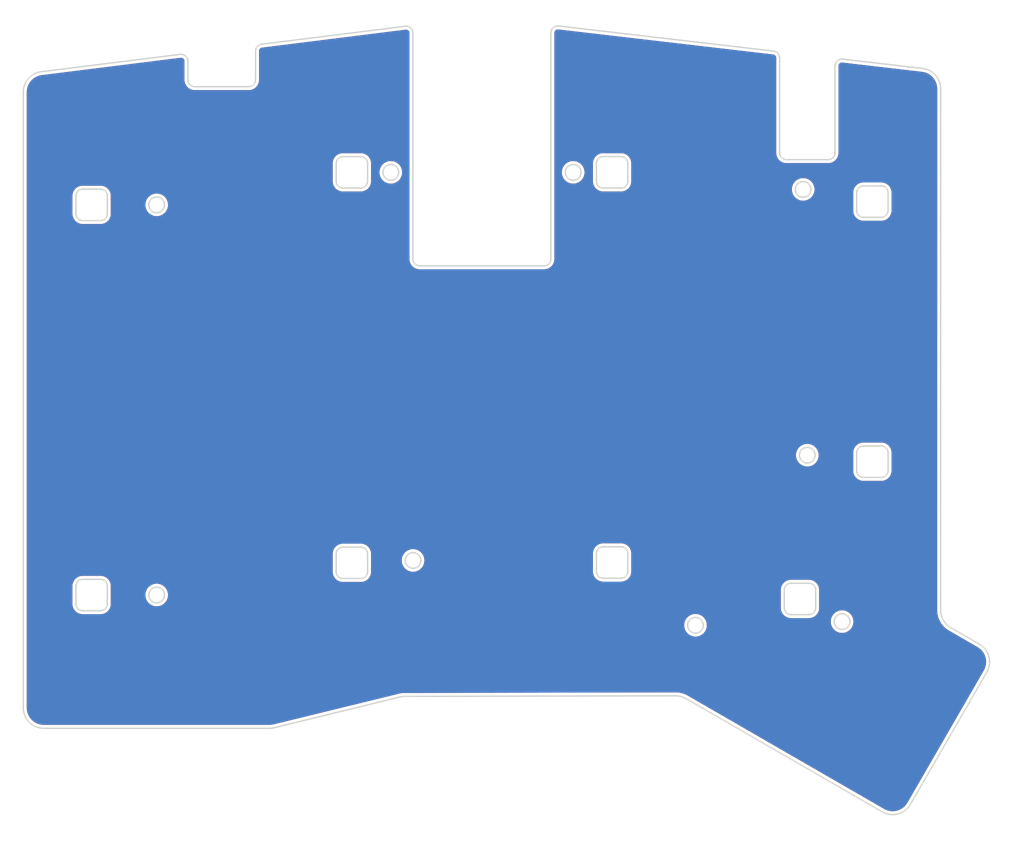
<source format=kicad_pcb>
(kicad_pcb (version 20211014) (generator pcbnew)
  (layers (0 "F.Cu" signal) (31 "B.Cu" signal) (34 "B.Paste" user) (35 "F.Paste" user) (36 "B.SilkS" user "B.Silkscreen") (37 "F.SilkS" user "F.Silkscreen") (38 "B.Mask" user) (39 "F.Mask" user) (44 "Edge.Cuts" user))
  (net 0 "")
  (gr_line (start 159.111444 120.94102) (end 156.511444 120.94102) (layer "Edge.Cuts") (width 0.2))
  (gr_arc (start 159.111444 116.34102) (mid 159.818564 116.633902) (end 160.111444 117.34102) (layer "Edge.Cuts") (width 0.2))
  (gr_line (start 197.210628 63.47677) (end 194.610628 63.47677) (layer "Edge.Cuts") (width 0.2))
  (gr_circle (center 128.669987 118.342032) (end 129.819987 118.342032) (layer "Edge.Cuts") (width 0.2) (fill none))
  (gr_circle (center 91.136544 123.40282) (end 92.286544 123.40282) (layer "Edge.Cuts") (width 0.2) (fill none))
  (gr_line (start 156.511444 63.79102) (end 159.111444 63.79102) (layer "Edge.Cuts") (width 0.2))
  (gr_arc (start 118.411444 63.79102) (mid 117.70435 63.498115) (end 117.411444 62.79102) (layer "Edge.Cuts") (width 0.2))
  (gr_line (start 117.411444 119.98847) (end 117.411444 117.38847) (layer "Edge.Cuts") (width 0.2))
  (gr_line (start 74.611744 142.92837) (end 107.661094 142.92837) (layer "Edge.Cuts") (width 0.2))
  (gr_line (start 128.64878 74.185947) (end 128.64878 41.083381) (layer "Edge.Cuts") (width 0.2))
  (gr_line (start 79.311519 124.70282) (end 79.311519 122.10282) (layer "Edge.Cuts") (width 0.2))
  (gr_line (start 83.911519 122.10282) (end 83.911519 124.70282) (layer "Edge.Cuts") (width 0.2))
  (gr_line (start 83.911519 64.95282) (end 83.911519 67.55282) (layer "Edge.Cuts") (width 0.2))
  (gr_arc (start 96.712278 48.942254) (mid 96.005185 48.649357) (end 95.712278 47.942254) (layer "Edge.Cuts") (width 0.2))
  (gr_line (start 183.012228 122.681653) (end 183.012228 125.281653) (layer "Edge.Cuts") (width 0.2))
  (gr_line (start 127.435322 138.25924) (end 167.108652 138.169515) (layer "Edge.Cuts") (width 0.2))
  (gr_line (start 121.011444 59.19102) (end 118.411444 59.19102) (layer "Edge.Cuts") (width 0.2))
  (gr_line (start 71.611744 49.72787) (end 71.611744 139.92837) (layer "Edge.Cuts") (width 0.2))
  (gr_arc (start 82.911519 121.10282) (mid 83.61859 121.395728) (end 83.911519 122.10282) (layer "Edge.Cuts") (width 0.2))
  (gr_arc (start 187.612228 125.281653) (mid 187.31935 125.988798) (end 186.612228 126.281653) (layer "Edge.Cuts") (width 0.2))
  (gr_arc (start 105.612278 47.942254) (mid 105.319396 48.649381) (end 104.612278 48.942254) (layer "Edge.Cuts") (width 0.2))
  (gr_line (start 201.477411 154.082727) (end 212.669491 134.699319) (layer "Edge.Cuts") (width 0.2))
  (gr_arc (start 122.011444 119.98847) (mid 121.718554 120.695574) (end 121.011444 120.98847) (layer "Edge.Cuts") (width 0.2))
  (gr_line (start 148.84878 41.048168) (end 148.84878 74.185947) (layer "Edge.Cuts") (width 0.2))
  (gr_arc (start 83.911519 124.70282) (mid 83.618616 125.409919) (end 82.911519 125.70282) (layer "Edge.Cuts") (width 0.2))
  (gr_line (start 211.57159 130.601202) (end 207.400442 128.192746) (layer "Edge.Cuts") (width 0.2))
  (gr_arc (start 181.453591 43.728338) (mid 182.084643 44.056735) (end 182.337719 44.721602) (layer "Edge.Cuts") (width 0.2))
  (gr_arc (start 156.511444 63.79102) (mid 155.80435 63.498115) (end 155.511444 62.79102) (layer "Edge.Cuts") (width 0.2))
  (gr_line (start 95.712278 47.942254) (end 95.712278 45.200008) (layer "Edge.Cuts") (width 0.2))
  (gr_circle (center 125.411269 61.49102) (end 126.561269 61.49102) (layer "Edge.Cuts") (width 0.2) (fill none))
  (gr_line (start 104.612278 48.942254) (end 96.712278 48.942254) (layer "Edge.Cuts") (width 0.2))
  (gr_line (start 198.211594 105.17677) (end 198.211594 102.57677) (layer "Edge.Cuts") (width 0.2))
  (gr_line (start 190.437719 45.899847) (end 190.437719 58.632371) (layer "Edge.Cuts") (width 0.2))
  (gr_arc (start 121.011444 59.19102) (mid 121.718564 59.483902) (end 122.011444 60.19102) (layer "Edge.Cuts") (width 0.2))
  (gr_line (start 121.011444 120.98847) (end 118.411444 120.98847) (layer "Edge.Cuts") (width 0.2))
  (gr_arc (start 190.437719 45.899847) (mid 190.772855 45.15294) (end 191.553591 44.906583) (layer "Edge.Cuts") (width 0.2))
  (gr_arc (start 122.011444 62.79102) (mid 121.718537 63.498092) (end 121.011444 63.79102) (layer "Edge.Cuts") (width 0.2))
  (gr_arc (start 148.84878 41.048168) (mid 149.183907 40.301229) (end 149.964652 40.054904) (layer "Edge.Cuts") (width 0.2))
  (gr_arc (start 118.411444 120.98847) (mid 117.704368 120.695562) (end 117.411444 119.98847) (layer "Edge.Cuts") (width 0.2))
  (gr_line (start 122.011444 62.79102) (end 122.011444 60.19102) (layer "Edge.Cuts") (width 0.2))
  (gr_line (start 127.524758 40.091102) (end 106.488256 42.720386) (layer "Edge.Cuts") (width 0.2))
  (gr_line (start 118.411444 63.79102) (end 121.011444 63.79102) (layer "Edge.Cuts") (width 0.2))
  (gr_line (start 189.437719 59.632371) (end 183.337719 59.632371) (layer "Edge.Cuts") (width 0.2))
  (gr_line (start 156.511444 116.34102) (end 159.111444 116.34102) (layer "Edge.Cuts") (width 0.2))
  (gr_arc (start 159.111444 59.19102) (mid 159.818564 59.483902) (end 160.111444 60.19102) (layer "Edge.Cuts") (width 0.2))
  (gr_arc (start 108.375017 142.842185) (mid 108.020647 142.906748) (end 107.661094 142.92837) (layer "Edge.Cuts") (width 0.2))
  (gr_arc (start 105.612278 43.712666) (mid 105.862612 43.05087) (end 106.488256 42.720386) (layer "Edge.Cuts") (width 0.2))
  (gr_arc (start 203.258711 46.272078) (mid 205.152084 47.257391) (end 205.911094 49.252284) (layer "Edge.Cuts") (width 0.2))
  (gr_line (start 168.615598 138.571525) (end 197.379235 155.180603) (layer "Edge.Cuts") (width 0.2))
  (gr_circle (center 91.136544 66.25282) (end 92.286544 66.25282) (layer "Edge.Cuts") (width 0.2) (fill none))
  (gr_arc (start 79.311519 122.10282) (mid 79.604403 121.395705) (end 80.311519 121.10282) (layer "Edge.Cuts") (width 0.2))
  (gr_arc (start 129.64878 75.185947) (mid 128.941689 74.893051) (end 128.64878 74.185947) (layer "Edge.Cuts") (width 0.2))
  (gr_line (start 160.111444 117.34102) (end 160.111444 119.94102) (layer "Edge.Cuts") (width 0.2))
  (gr_arc (start 148.84878 74.185947) (mid 148.555901 74.893079) (end 147.84878 75.185947) (layer "Edge.Cuts") (width 0.2))
  (gr_circle (center 170.017484 127.835648) (end 171.167484 127.835648) (layer "Edge.Cuts") (width 0.2) (fill none))
  (gr_line (start 80.311519 121.10282) (end 82.911519 121.10282) (layer "Edge.Cuts") (width 0.2))
  (gr_circle (center 191.477614 127.302563) (end 192.627614 127.302563) (layer "Edge.Cuts") (width 0.2) (fill none))
  (gr_arc (start 121.011444 116.38847) (mid 121.718581 116.681349) (end 122.011444 117.38847) (layer "Edge.Cuts") (width 0.2))
  (gr_arc (start 198.210628 67.07677) (mid 197.917744 67.783904) (end 197.210628 68.07677) (layer "Edge.Cuts") (width 0.2))
  (gr_arc (start 94.588256 44.207729) (mid 95.374081 44.450333) (end 95.712278 45.200008) (layer "Edge.Cuts") (width 0.2))
  (gr_arc (start 193.611594 102.57677) (mid 193.904494 101.869678) (end 194.611594 101.57677) (layer "Edge.Cuts") (width 0.2))
  (gr_arc (start 186.612228 121.681653) (mid 187.319317 121.97456) (end 187.612228 122.681653) (layer "Edge.Cuts") (width 0.2))
  (gr_arc (start 80.311519 125.70282) (mid 79.604377 125.409942) (end 79.311519 124.70282) (layer "Edge.Cuts") (width 0.2))
  (gr_line (start 159.111444 59.19102) (end 156.511444 59.19102) (layer "Edge.Cuts") (width 0.2))
  (gr_line (start 155.511444 60.19102) (end 155.511444 62.79102) (layer "Edge.Cuts") (width 0.2))
  (gr_arc (start 82.911519 63.95282) (mid 83.61859 64.245728) (end 83.911519 64.95282) (layer "Edge.Cuts") (width 0.2))
  (gr_line (start 194.611594 106.17677) (end 197.211594 106.17677) (layer "Edge.Cuts") (width 0.2))
  (gr_arc (start 117.411444 60.19102) (mid 117.704323 59.483878) (end 118.411444 59.19102) (layer "Edge.Cuts") (width 0.2))
  (gr_line (start 160.111444 62.79102) (end 160.111444 60.19102) (layer "Edge.Cuts") (width 0.2))
  (gr_line (start 197.211594 101.57677) (end 194.611594 101.57677) (layer "Edge.Cuts") (width 0.2))
  (gr_arc (start 183.012228 122.681653) (mid 183.305136 121.974584) (end 184.012228 121.681653) (layer "Edge.Cuts") (width 0.2))
  (gr_line (start 193.610628 64.47677) (end 193.610628 67.07677) (layer "Edge.Cuts") (width 0.2))
  (gr_arc (start 80.311519 68.55282) (mid 79.604377 68.259942) (end 79.311519 67.55282) (layer "Edge.Cuts") (width 0.2))
  (gr_arc (start 117.411444 117.38847) (mid 117.704341 116.681361) (end 118.411444 116.38847) (layer "Edge.Cuts") (width 0.2))
  (gr_arc (start 155.511444 60.19102) (mid 155.804323 59.483878) (end 156.511444 59.19102) (layer "Edge.Cuts") (width 0.2))
  (gr_arc (start 198.211594 105.17677) (mid 197.918708 105.883892) (end 197.211594 106.17677) (layer "Edge.Cuts") (width 0.2))
  (gr_arc (start 207.400442 128.192746) (mid 206.302334 127.0945) (end 205.900555 125.594321) (layer "Edge.Cuts") (width 0.2))
  (gr_line (start 82.911519 68.55282) (end 80.311519 68.55282) (layer "Edge.Cuts") (width 0.2))
  (gr_line (start 94.588256 44.207729) (end 74.239679 46.751032) (layer "Edge.Cuts") (width 0.2))
  (gr_arc (start 74.611744 142.92837) (mid 72.490421 142.049691) (end 71.611744 139.92837) (layer "Edge.Cuts") (width 0.2))
  (gr_circle (center 185.781276 63.990974) (end 186.931276 63.990974) (layer "Edge.Cuts") (width 0.2) (fill none))
  (gr_line (start 193.611594 102.57677) (end 193.611594 105.17677) (layer "Edge.Cuts") (width 0.2))
  (gr_arc (start 71.611744 49.72787) (mid 72.362722 47.742446) (end 74.239679 46.751032) (layer "Edge.Cuts") (width 0.2))
  (gr_arc (start 201.477411 154.082727) (mid 199.655701 155.480432) (end 197.379235 155.180603) (layer "Edge.Cuts") (width 0.2))
  (gr_line (start 184.012228 126.281653) (end 186.612228 126.281653) (layer "Edge.Cuts") (width 0.2))
  (gr_line (start 147.84878 75.185947) (end 129.64878 75.185947) (layer "Edge.Cuts") (width 0.2))
  (gr_line (start 198.210628 67.07677) (end 198.210628 64.47677) (layer "Edge.Cuts") (width 0.2))
  (gr_line (start 108.375017 142.842185) (end 126.728184 138.345418) (layer "Edge.Cuts") (width 0.2))
  (gr_arc (start 155.511444 117.34102) (mid 155.804323 116.633878) (end 156.511444 116.34102) (layer "Edge.Cuts") (width 0.2))
  (gr_line (start 205.900555 125.594321) (end 205.911094 49.252284) (layer "Edge.Cuts") (width 0.2))
  (gr_circle (center 186.386594 102.92447) (end 187.536594 102.92447) (layer "Edge.Cuts") (width 0.2) (fill none))
  (gr_line (start 182.337719 58.632371) (end 182.337719 44.721602) (layer "Edge.Cuts") (width 0.2))
  (gr_line (start 122.011444 117.38847) (end 122.011444 119.98847) (layer "Edge.Cuts") (width 0.2))
  (gr_arc (start 79.311519 64.95282) (mid 79.604403 64.245705) (end 80.311519 63.95282) (layer "Edge.Cuts") (width 0.2))
  (gr_line (start 82.911519 125.70282) (end 80.311519 125.70282) (layer "Edge.Cuts") (width 0.2))
  (gr_arc (start 193.610628 64.47677) (mid 193.90353 63.76969) (end 194.610628 63.47677) (layer "Edge.Cuts") (width 0.2))
  (gr_line (start 186.612228 121.681653) (end 184.012228 121.681653) (layer "Edge.Cuts") (width 0.2))
  (gr_line (start 155.511444 119.94102) (end 155.511444 117.34102) (layer "Edge.Cuts") (width 0.2))
  (gr_arc (start 127.524758 40.091102) (mid 128.31059 40.333706) (end 128.64878 41.083381) (layer "Edge.Cuts") (width 0.2))
  (gr_arc (start 126.728184 138.345418) (mid 127.079186 138.281267) (end 127.435322 138.25924) (layer "Edge.Cuts") (width 0.2))
  (gr_line (start 181.453591 43.728338) (end 149.964652 40.054904) (layer "Edge.Cuts") (width 0.2))
  (gr_arc (start 197.210628 63.47677) (mid 197.917711 63.769678) (end 198.210628 64.47677) (layer "Edge.Cuts") (width 0.2))
  (gr_line (start 117.411444 60.19102) (end 117.411444 62.79102) (layer "Edge.Cuts") (width 0.2))
  (gr_line (start 194.610628 68.07677) (end 197.210628 68.07677) (layer "Edge.Cuts") (width 0.2))
  (gr_line (start 187.612228 125.281653) (end 187.612228 122.681653) (layer "Edge.Cuts") (width 0.2))
  (gr_line (start 105.612278 43.712666) (end 105.612278 47.942254) (layer "Edge.Cuts") (width 0.2))
  (gr_arc (start 194.611594 106.17677) (mid 193.904485 105.88388) (end 193.611594 105.17677) (layer "Edge.Cuts") (width 0.2))
  (gr_arc (start 211.57159 130.601202) (mid 212.969272 132.422875) (end 212.669491 134.699319) (layer "Edge.Cuts") (width 0.2))
  (gr_arc (start 197.211594 101.57677) (mid 197.918699 101.869666) (end 198.211594 102.57677) (layer "Edge.Cuts") (width 0.2))
  (gr_arc (start 83.911519 67.55282) (mid 83.618616 68.259919) (end 82.911519 68.55282) (layer "Edge.Cuts") (width 0.2))
  (gr_arc (start 194.610628 68.07677) (mid 193.903497 67.783892) (end 193.610628 67.07677) (layer "Edge.Cuts") (width 0.2))
  (gr_arc (start 184.012228 126.281653) (mid 183.305104 125.988774) (end 183.012228 125.281653) (layer "Edge.Cuts") (width 0.2))
  (gr_circle (center 152.111619 61.49102) (end 153.261619 61.49102) (layer "Edge.Cuts") (width 0.2) (fill none))
  (gr_arc (start 167.108652 138.169515) (mid 167.888711 138.270867) (end 168.615598 138.571525) (layer "Edge.Cuts") (width 0.2))
  (gr_arc (start 160.111444 119.94102) (mid 159.818537 120.648092) (end 159.111444 120.94102) (layer "Edge.Cuts") (width 0.2))
  (gr_line (start 79.311519 67.55282) (end 79.311519 64.95282) (layer "Edge.Cuts") (width 0.2))
  (gr_arc (start 190.437719 58.632371) (mid 190.144834 59.339501) (end 189.437719 59.632371) (layer "Edge.Cuts") (width 0.2))
  (gr_line (start 203.258711 46.272078) (end 191.553591 44.906583) (layer "Edge.Cuts") (width 0.2))
  (gr_arc (start 156.511444 120.94102) (mid 155.80435 120.648115) (end 155.511444 119.94102) (layer "Edge.Cuts") (width 0.2))
  (gr_line (start 118.411444 116.38847) (end 121.011444 116.38847) (layer "Edge.Cuts") (width 0.2))
  (gr_arc (start 160.111444 62.79102) (mid 159.818537 63.498092) (end 159.111444 63.79102) (layer "Edge.Cuts") (width 0.2))
  (gr_arc (start 183.337719 59.632371) (mid 182.630594 59.33949) (end 182.337719 58.632371) (layer "Edge.Cuts") (width 0.2))
  (gr_line (start 80.311519 63.95282) (end 82.911519 63.95282) (layer "Edge.Cuts") (width 0.2))
  (zone (net 0) (net_name "") (layers F&B.Cu) (connect_pads (clearance 0.508)) (min_thickness 0.254) (fill yes (thermal_gap 0.508) (thermal_bridge_width 0.508))
    (polygon (pts (xy 208.8642 43.561) (xy 209.1944 124.079) (xy 218.1098 131.0894) (xy 202.184 160.3502) (xy 166.5478 142.8496) (xy 131.8514 143.1798) (xy 114.9858 146.9898) (xy 69.7992 146.3548) (xy 68.199 45.1612) (xy 137.2616 36.2458)))
  )
)
</source>
